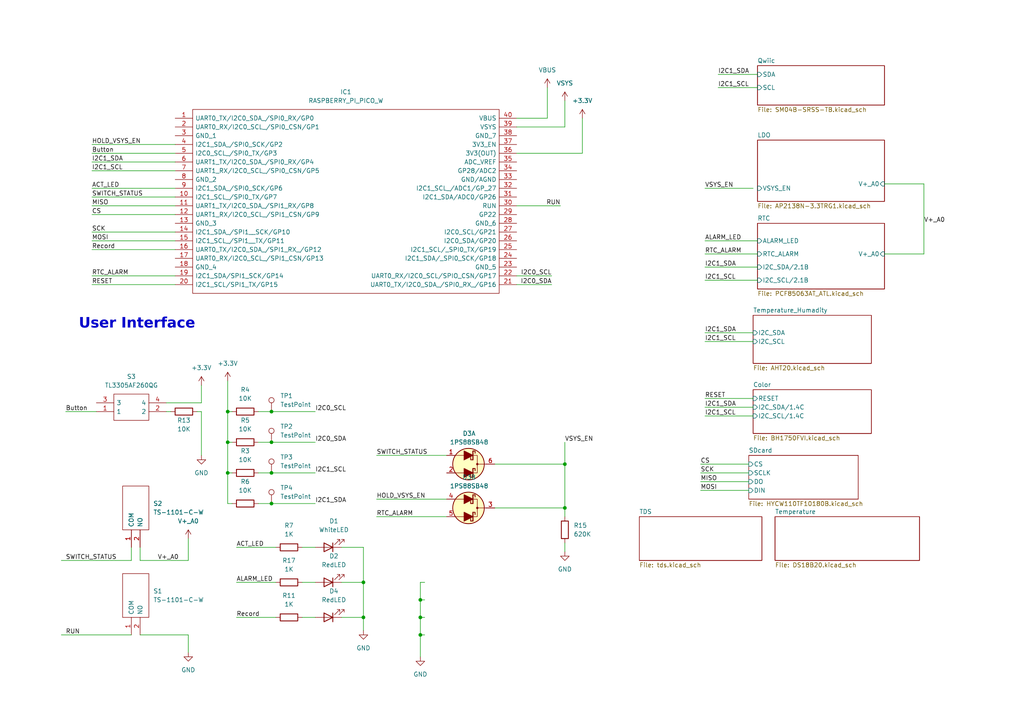
<source format=kicad_sch>
(kicad_sch (version 20230121) (generator eeschema)
  (paper "A4")
  (lib_symbols
    (symbol "Connector:TestPoint" (pin_numbers hide) (pin_names (offset 0.762) hide)
      (property "Reference" "TP" (at 0 6.858 0))
      (property "Value" "TestPoint" (at 0 5.08 0))
      (symbol "TestPoint_0_1"
        (circle (center 0 3.302) (radius 0.762))
      )
      (symbol "TestPoint_1_1"
        (pin passive line (at 0 0 90) (length 2.54) (name "1") (number "1"))
      )
    )
    (symbol "Device:LED" (pin_numbers hide) (pin_names (offset 1.016) hide)
      (property "Reference" "D" (at 0 2.54 0))
      (property "Value" "LED" (at 0 -2.54 0))
      (symbol "LED_0_1"
        (polyline (pts (xy -1.27 -1.27) (xy -1.27 1.27)) (stroke (width 0.254)))
        (polyline (pts (xy -1.27 0) (xy 1.27 0)))
        (polyline (pts (xy 1.27 -1.27) (xy 1.27 1.27) (xy -1.27 0) (xy 1.27 -1.27)) (stroke (width 0.254)))
        (polyline (pts (xy -3.048 -0.762) (xy -4.572 -2.286) (xy -3.81 -2.286) (xy -4.572 -2.286) (xy -4.572 -1.524)))
        (polyline (pts (xy -1.778 -0.762) (xy -3.302 -2.286) (xy -2.54 -2.286) (xy -3.302 -2.286) (xy -3.302 -1.524)))
      )
      (symbol "LED_1_1"
        (pin passive line (at -3.81 0 0) (length 2.54) (name "K") (number "1"))
        (pin passive line (at 3.81 0 180) (length 2.54) (name "A") (number "2"))
      )
    )
    (symbol "Device:R" (pin_numbers hide) (pin_names (offset 0))
      (property "Reference" "R" (at 2.032 0 90))
      (property "Value" "R" (at 0 0 90))
      (symbol "R_0_1"
        (rectangle (start -1.016 -2.54) (end 1.016 2.54) (stroke (width 0.254)))
      )
      (symbol "R_1_1"
        (pin passive line (at 0 3.81 270) (length 1.27) (name "~") (number "1"))
        (pin passive line (at 0 -3.81 90) (length 1.27) (name "~") (number "2"))
      )
    )
    (symbol "PCM_Diode_Schottky_AKL:1PS88SB48" (pin_names (offset 1.016) hide)
      (property "Reference" "D" (at 0 8.89 0))
      (property "Value" "1PS88SB48" (at 0 6.35 0))
      (symbol "1PS88SB48_0_1"
        (polyline (pts (xy -1.27 -2.54) (xy -3.81 -2.54)))
        (polyline (pts (xy -1.27 2.54) (xy -3.81 2.54)))
        (polyline (pts (xy 1.27 -3.81) (xy 1.27 -1.27)) (stroke (width 0.254)))
        (polyline (pts (xy 1.27 1.27) (xy 1.27 3.81)) (stroke (width 0.254)))
        (polyline (pts (xy 5.08 0) (xy 2.54 0)))
        (polyline (pts (xy 1.27 -2.54) (xy 2.54 -2.54) (xy 2.54 2.54) (xy 1.27 2.54)))
        (circle (center 0 0) (radius 4.572) (stroke (width 0.254)) (fill (type background)))
        (circle (center 2.54 0) (radius 0.254) (fill (type outline)))
      )
      (symbol "1PS88SB48_1_1"
        (polyline (pts (xy -1.27 -2.54) (xy 1.27 -2.54)))
        (polyline (pts (xy -1.27 2.54) (xy 1.27 2.54)))
        (polyline (pts (xy 1.27 -3.81) (xy 1.27 -1.27)) (stroke (width 0.254)))
        (polyline (pts (xy 1.27 1.27) (xy 1.27 3.81)) (stroke (width 0.254)))
        (polyline (pts (xy -1.27 -3.81) (xy -1.27 -1.27) (xy 1.27 -2.54) (xy -1.27 -3.81)) (stroke (width 0.254)) (fill (type outline)))
        (polyline (pts (xy -1.27 1.27) (xy -1.27 3.81) (xy 1.27 2.54) (xy -1.27 1.27)) (stroke (width 0.254)) (fill (type outline)))
        (polyline (pts (xy 0.635 -3.175) (xy 0.635 -3.81) (xy 1.27 -3.81) (xy 1.27 -1.27) (xy 1.905 -1.27) (xy 1.905 -1.905)) (stroke (width 0.254)))
        (polyline (pts (xy 0.635 1.905) (xy 0.635 1.27) (xy 1.27 1.27) (xy 1.27 3.81) (xy 1.905 3.81) (xy 1.905 3.175)) (stroke (width 0.254)))
        (pin passive line (at -6.35 2.54 0) (length 2.54) (name "A1") (number "1"))
        (pin passive line (at -6.35 -2.54 0) (length 2.54) (name "A1") (number "2"))
        (pin passive line (at 7.62 0 180) (length 2.54) (name "K1") (number "6"))
      )
      (symbol "1PS88SB48_2_1"
        (polyline (pts (xy -1.27 -2.54) (xy 1.27 -2.54)))
        (polyline (pts (xy -1.27 2.54) (xy 1.27 2.54)))
        (polyline (pts (xy 1.27 -3.81) (xy 1.27 -1.27)) (stroke (width 0.254)))
        (polyline (pts (xy 1.27 1.27) (xy 1.27 3.81)) (stroke (width 0.254)))
        (polyline (pts (xy -1.27 -3.81) (xy -1.27 -1.27) (xy 1.27 -2.54) (xy -1.27 -3.81)) (stroke (width 0.254)) (fill (type outline)))
        (polyline (pts (xy -1.27 1.27) (xy -1.27 3.81) (xy 1.27 2.54) (xy -1.27 1.27)) (stroke (width 0.254)) (fill (type outline)))
        (polyline (pts (xy 0.635 -3.175) (xy 0.635 -3.81) (xy 1.27 -3.81) (xy 1.27 -1.27) (xy 1.905 -1.27) (xy 1.905 -1.905)) (stroke (width 0.254)))
        (polyline (pts (xy 0.635 1.905) (xy 0.635 1.27) (xy 1.27 1.27) (xy 1.27 3.81) (xy 1.905 3.81) (xy 1.905 3.175)) (stroke (width 0.254)))
        (pin passive line (at 7.62 0 180) (length 2.54) (name "K2") (number "3"))
        (pin passive line (at -6.35 2.54 0) (length 2.54) (name "A2") (number "4"))
        (pin passive line (at -6.35 -2.54 0) (length 2.54) (name "A2") (number "5"))
      )
    )
    (symbol "RASPBERRY_PI_PICO_W:RASPBERRY_PI_PICO_W" (pin_names (offset 0.762))
      (property "Reference" "IC" (at 95.25 7.62 0))
      (property "Value" "RASPBERRY_PI_PICO_W" (at 95.25 5.08 0))
      (symbol "RASPBERRY_PI_PICO_W_0_0"
        (pin passive line (at 0 0 0) (length 5.08) (name "UART0_TX/I2C0_SDA_/SPI0_RX/GP0") (number "1"))
        (pin passive line (at 0 -22.86 0) (length 5.08) (name "I2C1_SCL_/SPI0_TX/GP7") (number "10"))
        (pin passive line (at 0 -25.4 0) (length 5.08) (name "UART1_TX/I2C0_SDA_/SPI1_RX/GP8") (number "11"))
        (pin passive line (at 0 -27.94 0) (length 5.08) (name "UART1_RX/I2C0_SCL_/SPI1_CSN/GP9") (number "12"))
        (pin passive line (at 0 -30.48 0) (length 5.08) (name "GND_3") (number "13"))
        (pin passive line (at 0 -33.02 0) (length 5.08) (name "I2C1_SDA_/SPI1__SCK/GP10") (number "14"))
        (pin passive line (at 0 -35.56 0) (length 5.08) (name "I2C1_SCL_/SPI1__TX/GP11") (number "15"))
        (pin passive line (at 0 -38.1 0) (length 5.08) (name "UART0_TX/I2C0_SDA_/SPI1_RX_/GP12") (number "16"))
        (pin passive line (at 0 -40.64 0) (length 5.08) (name "UART0_RX/I2C0_SCL_/SPI1_CSN/GP13") (number "17"))
        (pin passive line (at 0 -43.18 0) (length 5.08) (name "GND_4") (number "18"))
        (pin passive line (at 0 -45.72 0) (length 5.08) (name "I2C1_SDA/SPI1_SCK/GP14") (number "19"))
        (pin passive line (at 0 -2.54 0) (length 5.08) (name "UART0_RX/I2C0_SCL_/SPI0_CSN/GP1") (number "2"))
        (pin passive line (at 0 -48.26 0) (length 5.08) (name "I2C1_SCL/SPI1_TX/GP15") (number "20"))
        (pin passive line (at 99.06 -48.26 180) (length 5.08) (name "UART0_TX/I2C0_SDA_/SPI0_RX_/GP16") (number "21"))
        (pin passive line (at 99.06 -45.72 180) (length 5.08) (name "UART0_RX/I2C0_SCL/SPIO_CSN/GP17") (number "22"))
        (pin passive line (at 99.06 -43.18 180) (length 5.08) (name "GND_5") (number "23"))
        (pin passive line (at 99.06 -40.64 180) (length 5.08) (name "I2C1_SDA/_SPI0_SCK/GP18") (number "24"))
        (pin passive line (at 99.06 -38.1 180) (length 5.08) (name "I2C1_SCL/_SPI0_TX/GP19") (number "25"))
        (pin passive line (at 99.06 -35.56 180) (length 5.08) (name "I2C0_SDA/GP20") (number "26"))
        (pin passive line (at 99.06 -33.02 180) (length 5.08) (name "I2C0_SCL/GP21") (number "27"))
        (pin passive line (at 99.06 -30.48 180) (length 5.08) (name "GND_6") (number "28"))
        (pin passive line (at 99.06 -27.94 180) (length 5.08) (name "GP22") (number "29"))
        (pin passive line (at 0 -5.08 0) (length 5.08) (name "GND_1") (number "3"))
        (pin passive line (at 99.06 -25.4 180) (length 5.08) (name "RUN") (number "30"))
        (pin passive line (at 99.06 -22.86 180) (length 5.08) (name "I2C1_SDA/ADC0/GP26") (number "31"))
        (pin passive line (at 99.06 -20.32 180) (length 5.08) (name "I2C1_SCL_/ADC1/GP_27") (number "32"))
        (pin passive line (at 99.06 -17.78 180) (length 5.08) (name "GND/AGND") (number "33"))
        (pin passive line (at 99.06 -15.24 180) (length 5.08) (name "GP28/ADC2") (number "34"))
        (pin passive line (at 99.06 -12.7 180) (length 5.08) (name "ADC_VREF") (number "35"))
        (pin passive line (at 99.06 -10.16 180) (length 5.08) (name "3V3(OUT)") (number "36"))
        (pin passive line (at 99.06 -7.62 180) (length 5.08) (name "3V3_EN") (number "37"))
        (pin passive line (at 99.06 -5.08 180) (length 5.08) (name "GND_7") (number "38"))
        (pin passive line (at 99.06 -2.54 180) (length 5.08) (name "VSYS") (number "39"))
        (pin passive line (at 0 -7.62 0) (length 5.08) (name "I2C1_SDA_/SPI0_SCK/GP2") (number "4"))
        (pin passive line (at 99.06 0 180) (length 5.08) (name "VBUS") (number "40"))
        (pin passive line (at 0 -10.16 0) (length 5.08) (name "I2C0_SCL_/SPI0_TX/GP3") (number "5"))
        (pin passive line (at 0 -12.7 0) (length 5.08) (name "UART1_TX/I2C0_SDA_/SPI0_RX/GP4") (number "6"))
        (pin passive line (at 0 -15.24 0) (length 5.08) (name "UART1_RX/I2C0_SCL_/SPI0_CSN/GP5") (number "7"))
        (pin passive line (at 0 -17.78 0) (length 5.08) (name "GND_2") (number "8"))
        (pin passive line (at 0 -20.32 0) (length 5.08) (name "I2C1_SDA_/SPI0_SCK/GP6") (number "9"))
      )
      (symbol "RASPBERRY_PI_PICO_W_0_1"
        (polyline (pts (xy 5.08 2.54) (xy 93.98 2.54) (xy 93.98 -50.8) (xy 5.08 -50.8) (xy 5.08 2.54)) (stroke (width 0.1524)))
      )
    )
    (symbol "TL3305AF260QG:TL3305AF260QG" (pin_names (offset 0.762))
      (property "Reference" "S" (at 16.51 7.62 0))
      (property "Value" "TL3305AF260QG" (at 16.51 5.08 0))
      (symbol "TL3305AF260QG_0_0"
        (pin passive line (at 0 -2.54 0) (length 5.08) (name "1") (number "1"))
        (pin passive line (at 20.32 -2.54 180) (length 5.08) (name "2") (number "2"))
        (pin passive line (at 0 0 0) (length 5.08) (name "3") (number "3"))
        (pin passive line (at 20.32 0 180) (length 5.08) (name "4") (number "4"))
      )
      (symbol "TL3305AF260QG_0_1"
        (polyline (pts (xy 5.08 2.54) (xy 15.24 2.54) (xy 15.24 -5.08) (xy 5.08 -5.08) (xy 5.08 2.54)) (stroke (width 0.1524)))
      )
    )
    (symbol "TS-1101-C-W:TS-1101-C-W" (pin_names (offset 0.762))
      (property "Reference" "S" (at 19.05 7.62 0))
      (property "Value" "TS-1101-C-W" (at 19.05 5.08 0))
      (symbol "TS-1101-C-W_0_0"
        (pin passive line (at 0 0 0) (length 5.08) (name "COM") (number "1"))
        (pin passive line (at 0 -2.54 0) (length 5.08) (name "NO") (number "2"))
      )
      (symbol "TS-1101-C-W_0_1"
        (polyline (pts (xy 5.08 2.54) (xy 17.78 2.54) (xy 17.78 -5.08) (xy 5.08 -5.08) (xy 5.08 2.54)) (stroke (width 0.1524)))
      )
    )
    (symbol "power:+3.3V" (power) (pin_names (offset 0))
      (property "Value" "+3.3V" (at 0 3.556 0))
      (symbol "+3.3V_0_1"
        (polyline (pts (xy -0.762 1.27) (xy 0 2.54)))
        (polyline (pts (xy 0 0) (xy 0 2.54)))
        (polyline (pts (xy 0 2.54) (xy 0.762 1.27)))
      )
      (symbol "+3.3V_1_1"
        (pin power_in line (at 0 0 90) (length 0) hide (name "+3.3V") (number "1"))
      )
    )
    (symbol "power:GND" (power) (pin_names (offset 0))
      (property "Value" "GND" (at 0 -3.81 0))
      (symbol "GND_0_1"
        (polyline (pts (xy 0 0) (xy 0 -1.27) (xy 1.27 -1.27) (xy 0 -2.54) (xy -1.27 -1.27) (xy 0 -1.27)))
      )
      (symbol "GND_1_1"
        (pin power_in line (at 0 0 270) (length 0) hide (name "GND") (number "1"))
      )
    )
    (symbol "power:VBUS" (power) (pin_names (offset 0))
      (property "Value" "VBUS" (at 0 3.81 0))
      (symbol "VBUS_0_1"
        (polyline (pts (xy -0.762 1.27) (xy 0 2.54)))
        (polyline (pts (xy 0 0) (xy 0 2.54)))
        (polyline (pts (xy 0 2.54) (xy 0.762 1.27)))
      )
      (symbol "VBUS_1_1"
        (pin power_in line (at 0 0 90) (length 0) hide (name "VBUS") (number "1"))
      )
    )
    (symbol "power_vsys:V+_A0" (power) (pin_names (offset 0))
      (property "Value" "V+_A0" (at 0 3.81 0))
      (symbol "V+_A0_0_1"
        (polyline (pts (xy -0.762 1.27) (xy 0 2.54)))
        (polyline (pts (xy 0 0) (xy 0 2.54)))
        (polyline (pts (xy 0 2.54) (xy 0.762 1.27)))
      )
      (symbol "V+_A0_1_1"
        (pin power_in line (at 0 0 90) (length 0) hide (name "V+_A0") (number "1"))
      )
    )
    (symbol "power_vsys:VSYS" (power) (pin_names (offset 0))
      (property "Value" "VSYS" (at 0 3.81 0))
      (symbol "VSYS_0_1"
        (polyline (pts (xy -0.762 1.27) (xy 0 2.54)))
        (polyline (pts (xy 0 0) (xy 0 2.54)))
        (polyline (pts (xy 0 2.54) (xy 0.762 1.27)))
      )
      (symbol "VSYS_1_1"
        (pin power_in line (at 0 0 90) (length 0) hide (name "VSYS") (number "1"))
      )
    )
  )
  (junction (at 66.04 137.16))
  (junction (at 121.92 179.07))
  (junction (at 105.41 168.91))
  (junction (at 66.04 119.38))
  (junction (at 78.74 128.27))
  (junction (at 121.92 173.99))
  (junction (at 78.74 137.16))
  (junction (at 66.04 128.27))
  (junction (at 163.83 134.62))
  (junction (at 78.74 146.05))
  (junction (at 163.83 147.32))
  (junction (at 105.41 179.07))
  (junction (at 78.74 119.38))
  (junction (at 121.92 184.15))
  (wire (pts (xy 204.47 54.61) (xy 218.44 54.61)))
  (wire (pts (xy 204.47 115.57) (xy 218.44 115.57)))
  (wire (pts (xy 40.64 158.75) (xy 40.64 162.56)))
  (wire (pts (xy 66.04 119.38) (xy 66.04 128.27)))
  (wire (pts (xy 99.06 158.75) (xy 105.41 158.75)))
  (wire (pts (xy 68.58 168.91) (xy 80.01 168.91)))
  (wire (pts (xy 105.41 179.07) (xy 105.41 182.88)))
  (wire (pts (xy 204.47 99.06) (xy 218.44 99.06)))
  (wire (pts (xy 68.58 179.07) (xy 80.01 179.07)))
  (wire (pts (xy 163.83 128.27) (xy 163.83 134.62)))
  (wire (pts (xy 109.22 132.08) (xy 129.54 132.08)))
  (wire (pts (xy 163.83 157.48) (xy 163.83 160.02)))
  (wire (pts (xy 78.74 137.16) (xy 91.44 137.16)))
  (wire (pts (xy 158.75 34.29) (xy 158.75 25.4)))
  (wire (pts (xy 105.41 168.91) (xy 105.41 179.07)))
  (wire (pts (xy 78.74 146.05) (xy 91.44 146.05)))
  (wire (pts (xy 78.74 119.38) (xy 91.44 119.38)))
  (wire (pts (xy 26.67 44.45) (xy 50.8 44.45)))
  (wire (pts (xy 26.67 67.31) (xy 50.8 67.31)))
  (wire (pts (xy 66.04 137.16) (xy 66.04 146.05)))
  (wire (pts (xy 204.47 69.85) (xy 219.71 69.85)))
  (wire (pts (xy 256.54 53.34) (xy 267.97 53.34)))
  (wire (pts (xy 87.63 168.91) (xy 91.44 168.91)))
  (wire (pts (xy 99.06 168.91) (xy 105.41 168.91)))
  (wire (pts (xy 267.97 73.66) (xy 256.54 73.66)))
  (wire (pts (xy 149.86 59.69) (xy 162.56 59.69)))
  (wire (pts (xy 26.67 59.69) (xy 50.8 59.69)))
  (wire (pts (xy 26.67 41.91) (xy 50.8 41.91)))
  (wire (pts (xy 66.04 137.16) (xy 67.31 137.16)))
  (wire (pts (xy 87.63 179.07) (xy 91.44 179.07)))
  (wire (pts (xy 208.28 25.4) (xy 219.71 25.4)))
  (wire (pts (xy 66.04 119.38) (xy 67.31 119.38)))
  (wire (pts (xy 26.67 54.61) (xy 50.8 54.61)))
  (wire (pts (xy 121.92 184.15) (xy 121.92 190.5)))
  (wire (pts (xy 57.15 119.38) (xy 58.42 119.38)))
  (wire (pts (xy 121.92 173.99) (xy 121.92 179.07)))
  (wire (pts (xy 66.04 146.05) (xy 67.31 146.05)))
  (wire (pts (xy 105.41 158.75) (xy 105.41 168.91)))
  (wire (pts (xy 121.92 179.07) (xy 121.92 184.15)))
  (wire (pts (xy 163.83 147.32) (xy 163.83 149.86)))
  (wire (pts (xy 208.28 21.59) (xy 219.71 21.59)))
  (wire (pts (xy 74.93 146.05) (xy 78.74 146.05)))
  (wire (pts (xy 204.47 120.65) (xy 218.44 120.65)))
  (wire (pts (xy 204.47 73.66) (xy 219.71 73.66)))
  (wire (pts (xy 204.47 96.52) (xy 218.44 96.52)))
  (wire (pts (xy 26.67 82.55) (xy 50.8 82.55)))
  (wire (pts (xy 66.04 128.27) (xy 66.04 137.16)))
  (wire (pts (xy 203.2 142.24) (xy 217.17 142.24)))
  (wire (pts (xy 48.26 116.84) (xy 58.42 116.84)))
  (wire (pts (xy 26.67 69.85) (xy 50.8 69.85)))
  (wire (pts (xy 26.67 57.15) (xy 50.8 57.15)))
  (wire (pts (xy 54.61 184.15) (xy 54.61 189.23)))
  (wire (pts (xy 54.61 156.21) (xy 54.61 162.56)))
  (wire (pts (xy 163.83 36.83) (xy 163.83 29.21)))
  (wire (pts (xy 26.67 72.39) (xy 50.8 72.39)))
  (wire (pts (xy 38.1 158.75) (xy 38.1 162.56)))
  (wire (pts (xy 267.97 53.34) (xy 267.97 73.66)))
  (wire (pts (xy 203.2 137.16) (xy 217.17 137.16)))
  (wire (pts (xy 109.22 144.78) (xy 129.54 144.78)))
  (wire (pts (xy 121.92 168.91) (xy 121.92 173.99)))
  (wire (pts (xy 66.04 110.49) (xy 66.04 119.38)))
  (wire (pts (xy 143.51 147.32) (xy 163.83 147.32)))
  (wire (pts (xy 74.93 119.38) (xy 78.74 119.38)))
  (wire (pts (xy 17.78 184.15) (xy 38.1 184.15)))
  (wire (pts (xy 26.67 62.23) (xy 50.8 62.23)))
  (wire (pts (xy 149.86 36.83) (xy 163.83 36.83)))
  (wire (pts (xy 26.67 80.01) (xy 50.8 80.01)))
  (wire (pts (xy 26.67 46.99) (xy 50.8 46.99)))
  (wire (pts (xy 163.83 147.32) (xy 163.83 134.62)))
  (wire (pts (xy 40.64 162.56) (xy 54.61 162.56)))
  (wire (pts (xy 74.93 137.16) (xy 78.74 137.16)))
  (wire (pts (xy 121.92 179.07) (xy 123.19 179.07)))
  (wire (pts (xy 149.86 80.01) (xy 160.02 80.01)))
  (wire (pts (xy 87.63 158.75) (xy 91.44 158.75)))
  (wire (pts (xy 74.93 128.27) (xy 78.74 128.27)))
  (wire (pts (xy 78.74 128.27) (xy 91.44 128.27)))
  (wire (pts (xy 204.47 118.11) (xy 218.44 118.11)))
  (wire (pts (xy 109.22 149.86) (xy 129.54 149.86)))
  (wire (pts (xy 203.2 134.62) (xy 217.17 134.62)))
  (wire (pts (xy 58.42 116.84) (xy 58.42 111.76)))
  (wire (pts (xy 168.91 44.45) (xy 168.91 34.29)))
  (wire (pts (xy 66.04 128.27) (xy 67.31 128.27)))
  (wire (pts (xy 149.86 82.55) (xy 160.02 82.55)))
  (wire (pts (xy 48.26 119.38) (xy 49.53 119.38)))
  (wire (pts (xy 143.51 134.62) (xy 163.83 134.62)))
  (wire (pts (xy 149.86 34.29) (xy 158.75 34.29)))
  (wire (pts (xy 17.78 162.56) (xy 38.1 162.56)))
  (wire (pts (xy 204.47 77.47) (xy 219.71 77.47)))
  (wire (pts (xy 121.92 173.99) (xy 123.19 173.99)))
  (wire (pts (xy 123.19 168.91) (xy 121.92 168.91)))
  (wire (pts (xy 26.67 49.53) (xy 50.8 49.53)))
  (wire (pts (xy 40.64 184.15) (xy 54.61 184.15)))
  (wire (pts (xy 121.92 184.15) (xy 123.19 184.15)))
  (wire (pts (xy 68.58 158.75) (xy 80.01 158.75)))
  (wire (pts (xy 149.86 44.45) (xy 168.91 44.45)))
  (wire (pts (xy 19.05 119.38) (xy 27.94 119.38)))
  (wire (pts (xy 203.2 139.7) (xy 217.17 139.7)))
  (wire (pts (xy 99.06 179.07) (xy 105.41 179.07)))
  (wire (pts (xy 58.42 119.38) (xy 58.42 132.08)))
  (wire (pts (xy 204.47 81.28) (xy 219.71 81.28)))
  (text "User Interface" (at 22.86 96.52 0) (effects (font (size 3 3) (thickness 1) bold) (justify left bottom)))
  (label "I2C1_SCL" (at 204.47 81.28 0))
  (label "Record" (at 68.58 179.07 0))
  (label "I2C1_SDA" (at 91.44 146.05 0))
  (label "I2C0_SCL" (at 91.44 119.38 0))
  (label "ACT_LED" (at 68.58 158.75 0))
  (label "RESET" (at 204.47 115.57 0))
  (label "V+_A0" (at 45.72 162.56 0))
  (label "RTC_ALARM" (at 26.67 80.01 0))
  (label "HOLD_VSYS_EN" (at 26.67 41.91 0))
  (label "VSYS_EN" (at 204.47 54.61 0))
  (label "RTC_ALARM" (at 109.22 149.86 0))
  (label "Record" (at 26.67 72.39 0))
  (label "ACT_LED" (at 26.67 54.61 0))
  (label "MISO" (at 203.2 139.7 0))
  (label "I2C1_SCL" (at 204.47 120.65 0))
  (label "I2C1_SDA" (at 204.47 96.52 0))
  (label "ALARM_LED" (at 204.47 69.85 0))
  (label "ALARM_LED" (at 68.58 168.91 0))
  (label "I2C1_SDA" (at 204.47 118.11 0))
  (label "SWITCH_STATUS" (at 19.05 162.56 0))
  (label "SWITCH_STATUS" (at 26.67 57.15 0))
  (label "I2C0_SDA" (at 160.02 82.55 180))
  (label "MISO" (at 26.67 59.69 0))
  (label "RTC_ALARM" (at 204.47 73.66 0))
  (label "SWITCH_STATUS" (at 109.22 132.08 0))
  (label "I2C1_SCL" (at 26.67 49.53 0))
  (label "MOSI" (at 203.2 142.24 0))
  (label "RESET" (at 26.67 82.55 0))
  (label "I2C1_SCL" (at 208.28 25.4 0))
  (label "I2C1_SDA" (at 204.47 77.47 0))
  (label "RUN" (at 19.05 184.15 0))
  (label "HOLD_VSYS_EN" (at 109.22 144.78 0))
  (label "VSYS_EN" (at 163.83 128.27 0))
  (label "MOSI" (at 26.67 69.85 0))
  (label "RUN" (at 162.56 59.69 180))
  (label "CS" (at 26.67 62.23 0))
  (label "Button" (at 26.67 44.45 0))
  (label "CS" (at 203.2 134.62 0))
  (label "I2C1_SCL" (at 91.44 137.16 0))
  (label "I2C1_SCL" (at 204.47 99.06 0))
  (label "V+_A0" (at 267.97 64.77 0))
  (label "I2C0_SCL" (at 160.02 80.01 180))
  (label "I2C1_SDA" (at 26.67 46.99 0))
  (label "I2C0_SDA" (at 91.44 128.27 0))
  (label "I2C1_SDA" (at 208.28 21.59 0))
  (label "SCK" (at 26.67 67.31 0))
  (label "SCK" (at 203.2 137.16 0))
  (label "Button" (at 19.05 119.38 0))
  (symbol (lib_id "PCM_Diode_Schottky_AKL:1PS88SB48") (at 135.89 147.32 0) (unit 2)
    (property "Reference" "D3" (at 136.0805 138.43 0))
    (property "Value" "1PS88SB48" (at 136.0805 140.97 0))
    (property "Footprint" "Package_TO_SOT_SMD:SOT-363_SC-70-6" (effects hide))
    (property "Datasheet" "https://www.tme.eu/Document/efcb48e084f0b780c9b8a2cd336b0d4b/BAS40_1PSXXSB4X_SER.pdf" (effects hide))
  )
  (symbol (lib_id "Connector:TestPoint") (at 78.74 137.16 0) (unit 1)
    (property "Reference" "TP3" (at 81.28 132.588 0) (effects (justify left)))
    (property "Value" "TestPoint" (at 81.28 135.128 0) (effects (justify left)))
    (property "Footprint" "TestPoint:TestPoint_Pad_D1.0mm" (effects hide))
  )
  (symbol (lib_id "RASPBERRY_PI_PICO_W:RASPBERRY_PI_PICO_W") (at 50.8 34.29 0) (unit 1)
    (property "Reference" "IC1" (at 100.33 26.67 0))
    (property "Value" "RASPBERRY_PI_PICO_W" (at 100.33 29.21 0))
    (property "Footprint" "PICO_W:RASPBERRYPIPICOW" (effects hide))
    (property "Datasheet" "https://datasheets.raspberrypi.com/picow/pico-w-datasheet.pdf" (effects hide))
    (property "Description" "RASPBERRY-PI - RASPBERRY PI PICO W - Raspberry Pi Board, Raspberry Pi Pico W, RP2040, 32bit, ARM Cortex-M0+" (effects hide))
    (property "Height" "1" (effects hide))
    (property "Manufacturer_Name" "RASPBERRY-PI" (effects hide))
    (property "Manufacturer_Part_Number" "RASPBERRY PI PICO W" (effects hide))
  )
  (symbol (lib_id "Device:R") (at 83.82 158.75 90) (unit 1)
    (property "Reference" "R7" (at 83.82 152.4128 90))
    (property "Value" "1K" (at 83.82 154.9528 90))
    (property "Footprint" "Resistor_SMD:R_0603_1608Metric" (effects hide))
    (property "Manufacturer_Part_Number" "0603WAF1001T5E" (effects hide))
  )
  (symbol (lib_id "Device:R") (at 83.82 179.07 90) (unit 1)
    (property "Reference" "R11" (at 83.82 172.7328 90))
    (property "Value" "1K" (at 83.82 175.2728 90))
    (property "Footprint" "Resistor_SMD:R_0603_1608Metric" (effects hide))
    (property "Manufacturer_Part_Number" "0603WAF1001T5E" (effects hide))
  )
  (symbol (lib_id "Connector:TestPoint") (at 78.74 128.27 0) (unit 1)
    (property "Reference" "TP2" (at 81.28 123.698 0) (effects (justify left)))
    (property "Value" "TestPoint" (at 81.28 126.238 0) (effects (justify left)))
    (property "Footprint" "TestPoint:TestPoint_Pad_D1.0mm" (effects hide))
  )
  (symbol (lib_id "power:VBUS") (at 158.75 25.4 0) (unit 1)
    (property "Reference" "#PWR06" (effects hide))
    (property "Value" "VBUS" (at 158.75 20.32 0))
  )
  (symbol (lib_id "power:GND") (at 121.92 190.5 0) (unit 1)
    (property "Reference" "#PWR018" (effects hide))
    (property "Value" "GND" (at 121.92 195.58 0))
  )
  (symbol (lib_id "Device:LED") (at 95.25 158.75 180) (unit 1)
    (property "Reference" "D1" (at 96.8375 151.13 0))
    (property "Value" "WhiteLED" (at 96.8375 153.67 0))
    (property "Footprint" "LED_SMD:LED_0603_1608Metric" (effects hide))
    (property "Manufacturer_Part_Number" "SML-E12V8WT86" (effects hide))
  )
  (symbol (lib_id "PCM_Diode_Schottky_AKL:1PS88SB48") (at 135.89 134.62 0) (unit 1)
    (property "Reference" "D3" (at 136.0805 125.73 0))
    (property "Value" "1PS88SB48" (at 136.0805 128.27 0))
    (property "Footprint" "Package_TO_SOT_SMD:SOT-363_SC-70-6" (effects hide))
    (property "Datasheet" "https://www.tme.eu/Document/efcb48e084f0b780c9b8a2cd336b0d4b/BAS40_1PSXXSB4X_SER.pdf" (effects hide))
  )
  (symbol (lib_id "TL3305AF260QG:TL3305AF260QG") (at 27.94 116.84 0) (unit 1)
    (property "Reference" "S3" (at 38.1 109.22 0))
    (property "Value" "TL3305AF260QG" (at 38.1 111.76 0))
    (property "Footprint" "TL3305AF260QG:TL3305AF160QG" (effects hide))
    (property "Datasheet" "https://componentsearchengine.com/Datasheets/1/TL3305AF260QG.pdf" (effects hide))
    (property "Description" "E-SWITCH - TL3305AF260QG - TACTILE SW, SPST, 0.05A, 12VDC, SOLDER" (effects hide))
    (property "Manufacturer_Name" "E-Switch" (effects hide))
    (property "Manufacturer_Part_Number" "TL3305AF260QG" (effects hide))
    (property "Mouser Part Number" "612-TL3305AF260QG" (effects hide))
    (property "Mouser Price/Stock" "https://www.mouser.co.uk/ProductDetail/E-Switch/TL3305AF260QG?qs=UrFqKgNWc7QGfGfc5KSA7A%3D%3D" (effects hide))
    (property "LCSC" "C2886902" (effects hide))
  )
  (symbol (lib_id "power:GND") (at 163.83 160.02 0) (unit 1)
    (property "Reference" "#PWR026" (effects hide))
    (property "Value" "GND" (at 163.83 165.1 0))
  )
  (symbol (lib_id "Device:R") (at 71.12 119.38 270) (unit 1)
    (property "Reference" "R4" (at 71.12 113.03 90))
    (property "Value" "10K" (at 71.12 115.57 90))
    (property "Footprint" "Resistor_SMD:R_0603_1608Metric" (effects hide))
    (property "Manufacturer_Part_Number" "0603WAF1002T5E" (effects hide))
  )
  (symbol (lib_id "Device:R") (at 71.12 146.05 270) (unit 1)
    (property "Reference" "R6" (at 71.12 139.7 90))
    (property "Value" "10K" (at 71.12 142.24 90))
    (property "Footprint" "Resistor_SMD:R_0603_1608Metric" (effects hide))
    (property "Manufacturer_Part_Number" "0603WAF1002T5E" (effects hide))
  )
  (symbol (lib_id "Connector:TestPoint") (at 78.74 146.05 0) (unit 1)
    (property "Reference" "TP4" (at 81.28 141.478 0) (effects (justify left)))
    (property "Value" "TestPoint" (at 81.28 144.018 0) (effects (justify left)))
    (property "Footprint" "TestPoint:TestPoint_Pad_D1.0mm" (effects hide))
  )
  (symbol (lib_id "power:+3.3V") (at 66.04 110.49 0) (unit 1)
    (property "Reference" "#PWR09" (effects hide))
    (property "Value" "+3.3V" (at 66.04 105.41 0))
  )
  (symbol (lib_id "Device:R") (at 71.12 137.16 270) (unit 1)
    (property "Reference" "R3" (at 71.12 130.81 90))
    (property "Value" "10K" (at 71.12 133.35 90))
    (property "Footprint" "Resistor_SMD:R_0603_1608Metric" (effects hide))
    (property "Manufacturer_Part_Number" "0603WAF1002T5E" (effects hide))
  )
  (symbol (lib_id "power_vsys:V+_A0") (at 54.61 156.21 0) (unit 1)
    (property "Reference" "#PWR024" (effects hide))
    (property "Value" "V+_A0" (at 54.61 151.13 0))
  )
  (symbol (lib_id "TS-1101-C-W:TS-1101-C-W") (at 38.1 158.75 90) (unit 1)
    (property "Reference" "S2" (at 44.45 146.05 90) (effects (justify right)))
    (property "Value" "TS-1101-C-W" (at 44.45 148.59 90) (effects (justify right)))
    (property "Footprint" "TS-1101-C-W:TS1101CW" (effects hide))
    (property "Datasheet" "http://www.helloxkb.com/public/images/pdf/TS-1101-X-X.pdf" (effects hide))
    (property "Description" "tact switch 3x6x2.5 stick flat foot white button 260GF" (effects hide))
    (property "Height" "2.6" (effects hide))
    (property "Manufacturer_Name" "XKB Connectivity" (effects hide))
    (property "Manufacturer_Part_Number" "TS-1101-C-W" (effects hide))
  )
  (symbol (lib_id "Device:LED") (at 95.25 179.07 180) (unit 1)
    (property "Reference" "D4" (at 96.8375 171.45 0))
    (property "Value" "RedLED" (at 96.8375 173.99 0))
    (property "Footprint" "LED_SMD:LED_0603_1608Metric" (effects hide))
    (property "Manufacturer_Part_Number" "XL-1608VRC-06" (effects hide))
  )
  (symbol (lib_id "Connector:TestPoint") (at 78.74 119.38 0) (unit 1)
    (property "Reference" "TP1" (at 81.28 114.808 0) (effects (justify left)))
    (property "Value" "TestPoint" (at 81.28 117.348 0) (effects (justify left)))
    (property "Footprint" "TestPoint:TestPoint_Pad_D1.0mm" (effects hide))
  )
  (symbol (lib_id "power_vsys:VSYS") (at 163.83 29.21 0) (unit 1)
    (property "Reference" "#PWR07" (effects hide))
    (property "Value" "VSYS" (at 163.83 24.13 0))
  )
  (symbol (lib_id "Device:LED") (at 95.25 168.91 180) (unit 1)
    (property "Reference" "D2" (at 96.8375 161.29 0))
    (property "Value" "RedLED" (at 96.8375 163.83 0))
    (property "Footprint" "LED_SMD:LED_0603_1608Metric" (effects hide))
    (property "Manufacturer_Part_Number" "XL-1608VRC-06" (effects hide))
  )
  (symbol (lib_id "Device:R") (at 83.82 168.91 90) (unit 1)
    (property "Reference" "R17" (at 83.82 162.5728 90))
    (property "Value" "1K" (at 83.82 165.1128 90))
    (property "Footprint" "Resistor_SMD:R_0603_1608Metric" (effects hide))
    (property "Manufacturer_Part_Number" "0603WAF1001T5E" (effects hide))
  )
  (symbol (lib_id "Device:R") (at 163.83 153.67 180) (unit 1)
    (property "Reference" "R15" (at 166.37 152.4 0) (effects (justify right)))
    (property "Value" "620K" (at 166.37 154.94 0) (effects (justify right)))
    (property "Footprint" "Resistor_SMD:R_0603_1608Metric" (effects hide))
    (property "Manufacturer_Part_Number" "0603WAF6203T5E" (effects hide))
  )
  (symbol (lib_id "power:+3.3V") (at 168.91 34.29 0) (unit 1)
    (property "Reference" "#PWR08" (effects hide))
    (property "Value" "+3.3V" (at 168.91 29.21 0))
  )
  (symbol (lib_id "power:GND") (at 105.41 182.88 0) (unit 1)
    (property "Reference" "#PWR015" (effects hide))
    (property "Value" "GND" (at 105.41 187.96 0))
  )
  (symbol (lib_id "TS-1101-C-W:TS-1101-C-W") (at 38.1 184.15 90) (unit 1)
    (property "Reference" "S1" (at 44.45 171.45 90) (effects (justify right)))
    (property "Value" "TS-1101-C-W" (at 44.45 173.99 90) (effects (justify right)))
    (property "Footprint" "TS-1101-C-W:TS1101CW" (effects hide))
    (property "Datasheet" "http://www.helloxkb.com/public/images/pdf/TS-1101-X-X.pdf" (effects hide))
    (property "Description" "tact switch 3x6x2.5 stick flat foot white button 260GF" (effects hide))
    (property "Height" "2.6" (effects hide))
    (property "Manufacturer_Name" "XKB Connectivity" (effects hide))
    (property "Manufacturer_Part_Number" "TS-1101-C-W" (effects hide))
  )
  (symbol (lib_id "power:GND") (at 58.42 132.08 0) (unit 1)
    (property "Reference" "#PWR032" (effects hide))
    (property "Value" "GND" (at 58.42 137.16 0))
  )
  (symbol (lib_id "Device:R") (at 71.12 128.27 270) (unit 1)
    (property "Reference" "R5" (at 71.12 121.92 90))
    (property "Value" "10K" (at 71.12 124.46 90))
    (property "Footprint" "Resistor_SMD:R_0603_1608Metric" (effects hide))
    (property "Manufacturer_Part_Number" "0603WAF1002T5E" (effects hide))
  )
  (symbol (lib_id "Device:R") (at 53.34 119.38 270) (unit 1)
    (property "Reference" "R13" (at 53.34 121.92 90))
    (property "Value" "10K" (at 53.34 124.46 90))
    (property "Footprint" "Resistor_SMD:R_0603_1608Metric" (effects hide))
    (property "Manufacturer_Part_Number" "0603WAF1002T5E" (effects hide))
  )
  (symbol (lib_id "power:GND") (at 54.61 189.23 0) (unit 1)
    (property "Reference" "#PWR025" (effects hide))
    (property "Value" "GND" (at 54.61 194.31 0))
  )
  (symbol (lib_id "power:+3.3V") (at 58.42 111.76 0) (unit 1)
    (property "Reference" "#PWR033" (effects hide))
    (property "Value" "+3.3V" (at 58.42 106.68 0))
  )
  (sheet (at 219.71 40.64) (size 36.83 17.78) (stroke (width 0.1524))
    (property "Sheetname" "LDO" (at 219.71 39.9284 0) (effects (justify left bottom)))
    (property "Sheetfile" "AP2138N-3.3TRG1.kicad_sch" (at 219.71 59.0046 0) (effects (justify left top)))
    (pin "VSYS_EN" input (at 219.71 54.61 180))
    (pin "V+_A0" input (at 256.54 53.34 0))
  )
  (sheet (at 219.71 19.05) (size 36.83 11.43) (stroke (width 0.1524))
    (property "Sheetname" "Qwiic" (at 219.71 18.3384 0) (effects (justify left bottom)))
    (property "Sheetfile" "SM04B-SRSS-TB.kicad_sch" (at 219.71 31.0646 0) (effects (justify left top)))
    (pin "SDA" input (at 219.71 21.59 180))
    (pin "SCL" input (at 219.71 25.4 180))
  )
  (sheet (at 224.79 149.86) (size 41.91 12.7) (stroke (width 0.1524))
    (property "Sheetname" "Temperature" (at 224.79 149.1484 0) (effects (justify left bottom)))
    (property "Sheetfile" "DS18B20.kicad_sch" (at 224.79 163.1446 0) (effects (justify left top)))
  )
  (sheet (at 217.17 132.08) (size 31.75 12.7) (stroke (width 0.1524))
    (property "Sheetname" "SDcard" (at 217.17 131.3684 0) (effects (justify left bottom)))
    (property "Sheetfile" "HYCW110TF10180B.kicad_sch" (at 217.17 145.3646 0) (effects (justify left top)))
    (pin "CS" input (at 217.17 134.62 180))
    (pin "SCLK" input (at 217.17 137.16 180))
    (pin "DO" input (at 217.17 139.7 180))
    (pin "DIN" input (at 217.17 142.24 180))
  )
  (sheet (at 218.44 113.03) (size 34.29 12.7) (stroke (width 0.1524))
    (property "Sheetname" "Color" (at 218.44 112.3184 0) (effects (justify left bottom)))
    (property "Sheetfile" "BH1750FVI.kicad_sch" (at 218.44 126.3146 0) (effects (justify left top)))
    (pin "RESET" input (at 218.44 115.57 180))
    (pin "I2C_SDA{slash}1.4C" input (at 218.44 118.11 180))
    (pin "I2C_SCL{slash}1.4C" input (at 218.44 120.65 180))
  )
  (sheet (at 219.71 64.77) (size 36.83 19.05) (stroke (width 0.1524))
    (property "Sheetname" "RTC" (at 219.71 64.0584 0) (effects (justify left bottom)))
    (property "Sheetfile" "PCF85063AT_ATL.kicad_sch" (at 219.71 84.4046 0) (effects (justify left top)))
    (pin "ALARM_LED" input (at 219.71 69.85 180))
    (pin "RTC_ALARM" input (at 219.71 73.66 180))
    (pin "I2C_SDA{slash}2.1B" input (at 219.71 77.47 180))
    (pin "I2C_SCL{slash}2.1B" input (at 219.71 81.28 180))
    (pin "V+_A0" input (at 256.54 73.66 0))
  )
  (sheet (at 185.42 149.86) (size 35.56 12.7) (stroke (width 0.1524))
    (property "Sheetname" "TDS" (at 185.42 149.1484 0) (effects (justify left bottom)))
    (property "Sheetfile" "tds.kicad_sch" (at 185.42 163.1446 0) (effects (justify left top)))
  )
  (sheet (at 218.44 91.44) (size 34.29 13.97) (stroke (width 0.1524))
    (property "Sheetname" "Temperature_Humadity" (at 218.44 90.7284 0) (effects (justify left bottom)))
    (property "Sheetfile" "AHT20.kicad_sch" (at 218.44 105.9946 0) (effects (justify left top)))
    (pin "I2C_SDA" input (at 218.44 96.52 180))
    (pin "I2C_SCL" input (at 218.44 99.06 180))
  )
)
</source>
